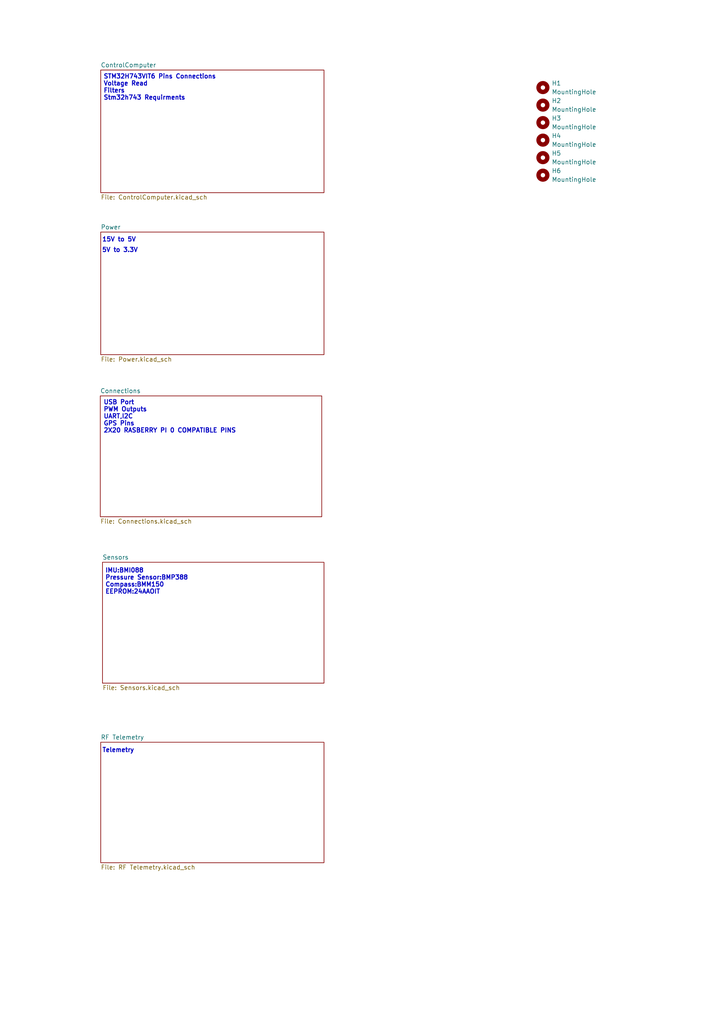
<source format=kicad_sch>
(kicad_sch (version 20231120) (generator "eeschema") (generator_version "8.0")
  (paper "A4" portrait)
  (title_block (title "CC M7") (company "YENIAY") (comment 1 "Stm32 F7 Control Cart"))
  (lib_symbols
    (symbol "Mechanical:MountingHole" (pin_names (offset 1.016)) (exclude_from_sim yes) (in_bom no)
      (property "Reference" "H" (at 0 5.08 0))
      (property "Value" "MountingHole" (at 0 3.175 0))
      (symbol "MountingHole_0_1"
        (circle (center 0 0) (radius 1.27) (stroke (width 1.27)))
      )
    )
  )
  (text "15V to 5V" (at 34.544 69.596 0) (effects (font (size 1.27 1.27) (thickness 0.254) (bold yes))))
  (text "5V to 3.3V" (at 34.798 72.644 0) (effects (font (size 1.27 1.27) (thickness 0.254) (bold yes))))
  (text "USB Port\nPWM Outputs\nUART,I2C\nGPS Pins\n2X20 RASBERRY PI 0 COMPATIBLE PINS" (at 29.972 120.904 0) (effects (font (size 1.27 1.27) (thickness 0.254) (bold yes)) (justify left)))
  (text "Telemetry" (at 34.29 217.678 0) (effects (font (size 1.27 1.27) (thickness 0.254) (bold yes))))
  (text "STM32H743VIT6 Pins Connections\nVoltage Read\nFilters\nStm32h743 Requirments" (at 29.972 25.4 0) (effects (font (size 1.27 1.27) (thickness 0.254) (bold yes)) (justify left)))
  (text "IMU:BMI088\nPressure Sensor:BMP388\nCompass:BMM150\nEEPROM:24AAOIT\n" (at 30.48 168.656 0) (effects (font (size 1.27 1.27) (thickness 0.254) (bold yes)) (justify left)))
  (symbol (lib_id "Mechanical:MountingHole") (at 157.48 35.56 0) (unit 1) (exclude_from_sim yes) (in_bom no)
    (property "Reference" "H3" (at 160.02 34.2899 0) (effects (justify left)))
    (property "Value" "MountingHole" (at 160.02 36.8299 0) (effects (justify left)))
    (property "Footprint" "MountingHole:CCMountingHole" (effects (hide yes)))
    (property "Description" "Mounting Hole without connection" (effects (hide yes)))
  )
  (symbol (lib_id "Mechanical:MountingHole") (at 157.48 30.48 0) (unit 1) (exclude_from_sim yes) (in_bom no)
    (property "Reference" "H2" (at 160.02 29.2099 0) (effects (justify left)))
    (property "Value" "MountingHole" (at 160.02 31.7499 0) (effects (justify left)))
    (property "Footprint" "MountingHole:CCMountingHole" (effects (hide yes)))
    (property "Description" "Mounting Hole without connection" (effects (hide yes)))
  )
  (symbol (lib_id "Mechanical:MountingHole") (at 157.48 40.64 0) (unit 1) (exclude_from_sim yes) (in_bom no)
    (property "Reference" "H4" (at 160.02 39.3699 0) (effects (justify left)))
    (property "Value" "MountingHole" (at 160.02 41.9099 0) (effects (justify left)))
    (property "Footprint" "MountingHole:CCMountingHole" (effects (hide yes)))
    (property "Description" "Mounting Hole without connection" (effects (hide yes)))
  )
  (symbol (lib_id "Mechanical:MountingHole") (at 157.48 45.72 0) (unit 1) (exclude_from_sim yes) (in_bom no)
    (property "Reference" "H5" (at 160.02 44.4499 0) (effects (justify left)))
    (property "Value" "MountingHole" (at 160.02 46.9899 0) (effects (justify left)))
    (property "Footprint" "MountingHole:CCMountingHole" (effects (hide yes)))
    (property "Description" "Mounting Hole without connection" (effects (hide yes)))
  )
  (symbol (lib_id "Mechanical:MountingHole") (at 157.48 50.8 0) (unit 1) (exclude_from_sim yes) (in_bom no)
    (property "Reference" "H6" (at 160.02 49.5299 0) (effects (justify left)))
    (property "Value" "MountingHole" (at 160.02 52.0699 0) (effects (justify left)))
    (property "Footprint" "MountingHole:CCMountingHole" (effects (hide yes)))
    (property "Description" "Mounting Hole without connection" (effects (hide yes)))
  )
  (symbol (lib_id "Mechanical:MountingHole") (at 157.48 25.4 0) (unit 1) (exclude_from_sim yes) (in_bom no)
    (property "Reference" "H1" (at 160.02 24.1299 0) (effects (justify left)))
    (property "Value" "MountingHole" (at 160.02 26.6699 0) (effects (justify left)))
    (property "Footprint" "MountingHole:CCMountingHole" (effects (hide yes)))
    (property "Description" "Mounting Hole without connection" (effects (hide yes)))
  )
  (sheet (at 29.21 20.32) (size 64.77 35.56) (stroke (width 0.1524))
    (property "Sheetname" "ControlComputer" (at 29.21 19.6084 0) (effects (justify left bottom)))
    (property "Sheetfile" "ControlComputer.kicad_sch" (at 29.21 56.4646 0) (effects (justify left top)))
  )
  (sheet (at 29.21 215.265) (size 64.77 34.925) (stroke (width 0.1524))
    (property "Sheetname" "RF Telemetry" (at 29.21 214.5534 0) (effects (justify left bottom)))
    (property "Sheetfile" "RF Telemetry.kicad_sch" (at 29.21 250.7746 0) (effects (justify left top)))
  )
  (sheet (at 29.083 114.808) (size 64.262 35.052) (stroke (width 0.1524))
    (property "Sheetname" "Connections" (at 29.083 114.0964 0) (effects (justify left bottom)))
    (property "Sheetfile" "Connections.kicad_sch" (at 29.083 150.4446 0) (effects (justify left top)))
  )
  (sheet (at 29.718 163.068) (size 64.262 35.052) (stroke (width 0.1524))
    (property "Sheetname" "Sensors" (at 29.718 162.3564 0) (effects (justify left bottom)))
    (property "Sheetfile" "Sensors.kicad_sch" (at 29.718 198.7046 0) (effects (justify left top)))
  )
  (sheet (at 29.21 67.31) (size 64.77 35.56) (stroke (width 0.1524))
    (property "Sheetname" "Power" (at 29.21 66.5984 0) (effects (justify left bottom)))
    (property "Sheetfile" "Power.kicad_sch" (at 29.21 103.4546 0) (effects (justify left top)))
  )
)
</source>
